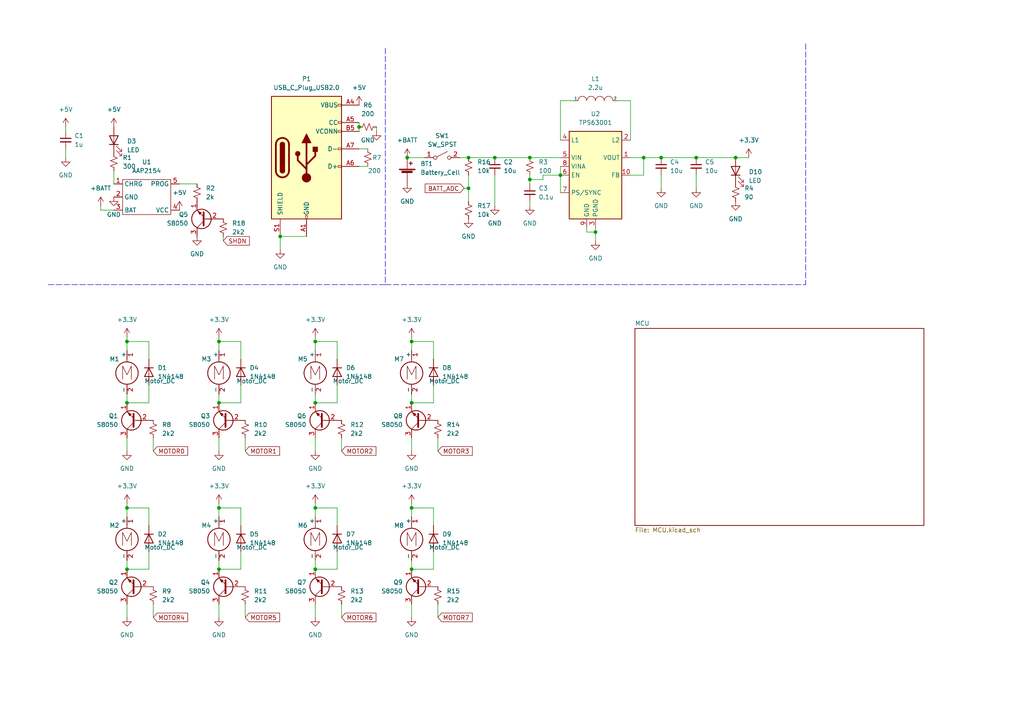
<source format=kicad_sch>
(kicad_sch (version 20211123) (generator eeschema)
  (paper "A4")
  (lib_symbols
    (symbol "Connector:USB_C_Plug_USB2.0" (pin_names (offset 1.016))
      (property "Reference" "P" (at -10.16 19.05 0))
      (property "Value" "USB_C_Plug_USB2.0" (at 12.7 19.05 0))
      (symbol "USB_C_Plug_USB2.0_0_0"
        (rectangle (start -0.254 -17.78) (end 0.254 -16.764))
        (rectangle (start 10.16 -2.286) (end 9.144 -2.794))
        (rectangle (start 10.16 2.794) (end 9.144 2.286))
        (rectangle (start 10.16 7.874) (end 9.144 7.366))
        (rectangle (start 10.16 10.414) (end 9.144 9.906))
        (rectangle (start 10.16 15.494) (end 9.144 14.986))
      )
      (symbol "USB_C_Plug_USB2.0_0_1"
        (rectangle (start -10.16 17.78) (end 10.16 -17.78) (stroke (width 0.254)) (fill (type background)))
        (arc (start -8.89 -3.81) (mid -6.985 -5.715) (end -5.08 -3.81) (stroke (width 0.508)))
        (arc (start -7.62 -3.81) (mid -6.985 -4.445) (end -6.35 -3.81) (stroke (width 0.254)))
        (arc (start -7.62 -3.81) (mid -6.985 -4.445) (end -6.35 -3.81) (stroke (width 0.254)) (fill (type outline)))
        (rectangle (start -7.62 -3.81) (end -6.35 3.81) (stroke (width 0.254)) (fill (type outline)))
        (arc (start -6.35 3.81) (mid -6.985 4.445) (end -7.62 3.81) (stroke (width 0.254)))
        (arc (start -6.35 3.81) (mid -6.985 4.445) (end -7.62 3.81) (stroke (width 0.254)) (fill (type outline)))
        (arc (start -5.08 3.81) (mid -6.985 5.715) (end -8.89 3.81) (stroke (width 0.508)))
        (circle (center -2.54 1.143) (radius 0.635) (stroke (width 0.254)) (fill (type outline)))
        (circle (center 0 -5.842) (radius 1.27) (fill (type outline)))
        (polyline (pts (xy -8.89 -3.81) (xy -8.89 3.81)) (stroke (width 0.508)))
        (polyline (pts (xy -5.08 3.81) (xy -5.08 -3.81)) (stroke (width 0.508)))
        (polyline (pts (xy 0 -5.842) (xy 0 4.318)) (stroke (width 0.508)))
        (polyline (pts (xy 0 -3.302) (xy -2.54 -0.762) (xy -2.54 0.508)) (stroke (width 0.508)))
        (polyline (pts (xy 0 -2.032) (xy 2.54 0.508) (xy 2.54 1.778)) (stroke (width 0.508)))
        (polyline (pts (xy -1.27 4.318) (xy 0 6.858) (xy 1.27 4.318) (xy -1.27 4.318)) (stroke (width 0.254)) (fill (type outline)))
        (rectangle (start 1.905 1.778) (end 3.175 3.048) (stroke (width 0.254)) (fill (type outline)))
      )
      (symbol "USB_C_Plug_USB2.0_1_1"
        (pin passive line (at 0 -22.86 90) (length 5.08) (name "GND") (number "A1"))
        (pin passive line (at 0 -22.86 90) (length 5.08) hide (name "GND") (number "A12"))
        (pin passive line (at 15.24 15.24 180) (length 5.08) (name "VBUS") (number "A4"))
        (pin bidirectional line (at 15.24 10.16 180) (length 5.08) (name "CC") (number "A5"))
        (pin bidirectional line (at 15.24 -2.54 180) (length 5.08) (name "D+") (number "A6"))
        (pin bidirectional line (at 15.24 2.54 180) (length 5.08) (name "D-") (number "A7"))
        (pin passive line (at 15.24 15.24 180) (length 5.08) hide (name "VBUS") (number "A9"))
        (pin passive line (at 0 -22.86 90) (length 5.08) hide (name "GND") (number "B1"))
        (pin passive line (at 0 -22.86 90) (length 5.08) hide (name "GND") (number "B12"))
        (pin passive line (at 15.24 15.24 180) (length 5.08) hide (name "VBUS") (number "B4"))
        (pin bidirectional line (at 15.24 7.62 180) (length 5.08) (name "VCONN") (number "B5"))
        (pin passive line (at 15.24 15.24 180) (length 5.08) hide (name "VBUS") (number "B9"))
        (pin passive line (at -7.62 -22.86 90) (length 5.08) (name "SHIELD") (number "S1"))
      )
    )
    (symbol "Device:Battery_Cell" (pin_numbers hide) (pin_names (offset 0) hide)
      (property "Reference" "BT" (at 2.54 2.54 0))
      (property "Value" "Battery_Cell" (at 2.54 0 0))
      (symbol "Battery_Cell_0_1"
        (rectangle (start -2.286 1.778) (end 2.286 1.524) (fill (type outline)))
        (rectangle (start -1.5748 1.1938) (end 1.4732 0.6858) (fill (type outline)))
        (polyline (pts (xy 0 0.762) (xy 0 0)))
        (polyline (pts (xy 0 1.778) (xy 0 2.54)))
        (polyline (pts (xy 0.508 3.429) (xy 1.524 3.429)) (stroke (width 0.254)))
        (polyline (pts (xy 1.016 3.937) (xy 1.016 2.921)) (stroke (width 0.254)))
      )
      (symbol "Battery_Cell_1_1"
        (pin passive line (at 0 5.08 270) (length 2.54) (name "+") (number "1"))
        (pin passive line (at 0 -2.54 90) (length 2.54) (name "-") (number "2"))
      )
    )
    (symbol "Device:C_Small" (pin_numbers hide) (pin_names (offset 0.254) hide)
      (property "Reference" "C" (at 0.254 1.778 0))
      (property "Value" "C_Small" (at 0.254 -2.032 0))
      (symbol "C_Small_0_1"
        (polyline (pts (xy -1.524 -0.508) (xy 1.524 -0.508)) (stroke (width 0.3302)))
        (polyline (pts (xy -1.524 0.508) (xy 1.524 0.508)) (stroke (width 0.3048)))
      )
      (symbol "C_Small_1_1"
        (pin passive line (at 0 2.54 270) (length 2.032) (name "~") (number "1"))
        (pin passive line (at 0 -2.54 90) (length 2.032) (name "~") (number "2"))
      )
    )
    (symbol "Device:LED" (pin_numbers hide) (pin_names (offset 1.016) hide)
      (property "Reference" "D" (at 0 2.54 0))
      (property "Value" "LED" (at 0 -2.54 0))
      (symbol "LED_0_1"
        (polyline (pts (xy -1.27 -1.27) (xy -1.27 1.27)) (stroke (width 0.254)))
        (polyline (pts (xy -1.27 0) (xy 1.27 0)))
        (polyline (pts (xy 1.27 -1.27) (xy 1.27 1.27) (xy -1.27 0) (xy 1.27 -1.27)) (stroke (width 0.254)))
        (polyline (pts (xy -3.048 -0.762) (xy -4.572 -2.286) (xy -3.81 -2.286) (xy -4.572 -2.286) (xy -4.572 -1.524)))
        (polyline (pts (xy -1.778 -0.762) (xy -3.302 -2.286) (xy -2.54 -2.286) (xy -3.302 -2.286) (xy -3.302 -1.524)))
      )
      (symbol "LED_1_1"
        (pin passive line (at -3.81 0 0) (length 2.54) (name "K") (number "1"))
        (pin passive line (at 3.81 0 180) (length 2.54) (name "A") (number "2"))
      )
    )
    (symbol "Device:R_Small_US" (pin_numbers hide) (pin_names (offset 0.254) hide)
      (property "Reference" "R" (at 0.762 0.508 0))
      (property "Value" "R_Small_US" (at 0.762 -1.016 0))
      (symbol "R_Small_US_1_1"
        (polyline (pts (xy 0 0) (xy 1.016 -0.381) (xy 0 -0.762) (xy -1.016 -1.143) (xy 0 -1.524)))
        (polyline (pts (xy 0 1.524) (xy 1.016 1.143) (xy 0 0.762) (xy -1.016 0.381) (xy 0 0)))
        (pin passive line (at 0 2.54 270) (length 1.016) (name "~") (number "1"))
        (pin passive line (at 0 -2.54 90) (length 1.016) (name "~") (number "2"))
      )
    )
    (symbol "Diode:1N4148" (pin_numbers hide) (pin_names hide)
      (property "Reference" "D" (at 0 2.54 0))
      (property "Value" "1N4148" (at 0 -2.54 0))
      (symbol "1N4148_0_1"
        (polyline (pts (xy -1.27 1.27) (xy -1.27 -1.27)) (stroke (width 0.254)))
        (polyline (pts (xy 1.27 0) (xy -1.27 0)))
        (polyline (pts (xy 1.27 1.27) (xy 1.27 -1.27) (xy -1.27 0) (xy 1.27 1.27)) (stroke (width 0.254)))
      )
      (symbol "1N4148_1_1"
        (pin passive line (at -3.81 0 0) (length 2.54) (name "K") (number "1"))
        (pin passive line (at 3.81 0 180) (length 2.54) (name "A") (number "2"))
      )
    )
    (symbol "Motor:Motor_DC" (pin_names (offset 0))
      (property "Reference" "M" (at 2.54 2.54 0))
      (property "Value" "Motor_DC" (at 2.54 -5.08 0))
      (symbol "Motor_DC_0_0"
        (polyline (pts (xy -1.27 -3.302) (xy -1.27 0.508) (xy 0 -2.032) (xy 1.27 0.508) (xy 1.27 -3.302)))
      )
      (symbol "Motor_DC_0_1"
        (circle (center 0 -1.524) (radius 3.2512) (stroke (width 0.254)))
        (polyline (pts (xy 0 -7.62) (xy 0 -7.112)))
        (polyline (pts (xy 0 -4.7752) (xy 0 -5.1816)))
        (polyline (pts (xy 0 1.7272) (xy 0 2.0828)))
        (polyline (pts (xy 0 2.032) (xy 0 2.54)))
      )
      (symbol "Motor_DC_1_1"
        (pin passive line (at 0 5.08 270) (length 2.54) (name "+") (number "1"))
        (pin passive line (at 0 -7.62 90) (length 2.54) (name "-") (number "2"))
      )
    )
    (symbol "Regulator_Switching:TPS63001"
      (property "Reference" "U" (at -7.62 13.97 0))
      (property "Value" "TPS63001" (at 5.08 13.97 0))
      (symbol "TPS63001_0_1"
        (rectangle (start -7.62 12.7) (end 7.62 -12.7) (stroke (width 0.254)) (fill (type background)))
      )
      (symbol "TPS63001_1_1"
        (pin power_out line (at 10.16 5.08 180) (length 2.54) (name "VOUT") (number "1"))
        (pin input line (at 10.16 0 180) (length 2.54) (name "FB") (number "10"))
        (pin passive line (at 0 -15.24 90) (length 2.54) hide (name "PGND") (number "11"))
        (pin input line (at 10.16 10.16 180) (length 2.54) (name "L2") (number "2"))
        (pin power_in line (at 0 -15.24 90) (length 2.54) (name "PGND") (number "3"))
        (pin input line (at -10.16 10.16 0) (length 2.54) (name "L1") (number "4"))
        (pin power_in line (at -10.16 5.08 0) (length 2.54) (name "VIN") (number "5"))
        (pin input line (at -10.16 0 0) (length 2.54) (name "EN") (number "6"))
        (pin input line (at -10.16 -5.08 0) (length 2.54) (name "PS/SYNC") (number "7"))
        (pin power_in line (at -10.16 2.54 0) (length 2.54) (name "VINA") (number "8"))
        (pin power_in line (at -2.54 -15.24 90) (length 2.54) (name "GND") (number "9"))
      )
    )
    (symbol "Switch:SW_SPST" (pin_names (offset 0) hide)
      (property "Reference" "SW" (at 0 3.175 0))
      (property "Value" "SW_SPST" (at 0 -2.54 0))
      (symbol "SW_SPST_0_0"
        (circle (center -2.032 0) (radius 0.508))
        (polyline (pts (xy -1.524 0.254) (xy 1.524 1.778)))
        (circle (center 2.032 0) (radius 0.508))
      )
      (symbol "SW_SPST_1_1"
        (pin passive line (at -5.08 0 0) (length 2.54) (name "A") (number "1"))
        (pin passive line (at 5.08 0 180) (length 2.54) (name "B") (number "2"))
      )
    )
    (symbol "Transistor_BJT:S8050" (pin_names (offset 0) hide)
      (property "Reference" "Q" (at 5.08 1.905 0))
      (property "Value" "S8050" (at 5.08 0 0))
      (symbol "S8050_0_1"
        (polyline (pts (xy 0 0) (xy 0.635 0)))
        (polyline (pts (xy 0.635 0.635) (xy 2.54 2.54)))
        (polyline (pts (xy 0.635 -0.635) (xy 2.54 -2.54) (xy 2.54 -2.54)))
        (polyline (pts (xy 0.635 1.905) (xy 0.635 -1.905) (xy 0.635 -1.905)) (stroke (width 0.508)))
        (polyline (pts (xy 1.27 -1.778) (xy 1.778 -1.27) (xy 2.286 -2.286) (xy 1.27 -1.778) (xy 1.27 -1.778)) (fill (type outline)))
        (circle (center 1.27 0) (radius 2.8194) (stroke (width 0.254)))
      )
      (symbol "S8050_1_1"
        (pin passive line (at 2.54 -5.08 90) (length 2.54) (name "E") (number "1"))
        (pin input line (at -5.08 0 0) (length 5.08) (name "B") (number "2"))
        (pin passive line (at 2.54 5.08 270) (length 2.54) (name "C") (number "3"))
      )
    )
    (symbol "custom:AAP2154"
      (property "Reference" "U" (at 8.89 -2.54 0))
      (property "Value" "AAP2154" (at 2.54 -2.54 0))
      (symbol "AAP2154_0_1"
        (rectangle (start -3.81 -3.81) (end 10.16 -13.97))
      )
      (symbol "AAP2154_1_1"
        (pin input line (at -6.35 -5.08 0) (length 2.54) (name "CHRG") (number "1"))
        (pin input line (at -6.35 -8.89 0) (length 2.54) (name "GND") (number "2"))
        (pin output line (at -6.35 -12.7 0) (length 2.54) (name "BAT") (number "3"))
        (pin input line (at 12.7 -12.7 180) (length 2.54) (name "VCC") (number "4"))
        (pin bidirectional line (at 12.7 -5.08 180) (length 2.54) (name "PROG") (number "5"))
      )
    )
    (symbol "power:+3.3V" (power) (pin_names (offset 0))
      (property "Value" "+3.3V" (at 0 3.556 0))
      (symbol "+3.3V_0_1"
        (polyline (pts (xy -0.762 1.27) (xy 0 2.54)))
        (polyline (pts (xy 0 0) (xy 0 2.54)))
        (polyline (pts (xy 0 2.54) (xy 0.762 1.27)))
      )
      (symbol "+3.3V_1_1"
        (pin power_in line (at 0 0 90) (length 0) hide (name "+3.3V") (number "1"))
      )
    )
    (symbol "power:+5V" (power) (pin_names (offset 0))
      (property "Value" "+5V" (at 0 3.556 0))
      (symbol "+5V_0_1"
        (polyline (pts (xy -0.762 1.27) (xy 0 2.54)))
        (polyline (pts (xy 0 0) (xy 0 2.54)))
        (polyline (pts (xy 0 2.54) (xy 0.762 1.27)))
      )
      (symbol "+5V_1_1"
        (pin power_in line (at 0 0 90) (length 0) hide (name "+5V") (number "1"))
      )
    )
    (symbol "power:+BATT" (power) (pin_names (offset 0))
      (property "Value" "+BATT" (at 0 3.556 0))
      (symbol "+BATT_0_1"
        (polyline (pts (xy -0.762 1.27) (xy 0 2.54)))
        (polyline (pts (xy 0 0) (xy 0 2.54)))
        (polyline (pts (xy 0 2.54) (xy 0.762 1.27)))
      )
      (symbol "+BATT_1_1"
        (pin power_in line (at 0 0 90) (length 0) hide (name "+BATT") (number "1"))
      )
    )
    (symbol "power:GND" (power) (pin_names (offset 0))
      (property "Value" "GND" (at 0 -3.81 0))
      (symbol "GND_0_1"
        (polyline (pts (xy 0 0) (xy 0 -1.27) (xy 1.27 -1.27) (xy 0 -2.54) (xy -1.27 -1.27) (xy 0 -1.27)))
      )
      (symbol "GND_1_1"
        (pin power_in line (at 0 0 270) (length 0) hide (name "GND") (number "1"))
      )
    )
    (symbol "pspice:INDUCTOR" (pin_numbers hide) (pin_names (offset 0))
      (property "Reference" "L" (at 0 2.54 0))
      (property "Value" "INDUCTOR" (at 0 -1.27 0))
      (symbol "INDUCTOR_0_1"
        (arc (start -2.54 0) (mid -3.81 1.27) (end -5.08 0))
        (arc (start 0 0) (mid -1.27 1.27) (end -2.54 0))
        (arc (start 2.54 0) (mid 1.27 1.27) (end 0 0))
        (arc (start 5.08 0) (mid 3.81 1.27) (end 2.54 0))
      )
      (symbol "INDUCTOR_1_1"
        (pin input line (at -6.35 0 0) (length 1.27) (name "1") (number "1"))
        (pin input line (at 6.35 0 180) (length 1.27) (name "2") (number "2"))
      )
    )
  )
  (junction (at 91.44 116.84))
  (junction (at 119.38 99.06))
  (junction (at 81.28 68.58))
  (junction (at 186.69 45.72))
  (junction (at 36.83 147.32))
  (junction (at 63.5 116.84))
  (junction (at 213.36 45.72))
  (junction (at 153.67 45.72))
  (junction (at 119.38 116.84))
  (junction (at 91.44 165.1))
  (junction (at 36.83 99.06))
  (junction (at 201.93 45.72))
  (junction (at 119.38 147.32))
  (junction (at 162.56 50.8))
  (junction (at 63.5 99.06))
  (junction (at 135.89 54.61))
  (junction (at 91.44 147.32))
  (junction (at 172.72 67.31))
  (junction (at 119.38 165.1))
  (junction (at 135.89 45.72))
  (junction (at 36.83 116.84))
  (junction (at 153.67 52.07))
  (junction (at 63.5 165.1))
  (junction (at 63.5 147.32))
  (junction (at 36.83 165.1))
  (junction (at 143.51 45.72))
  (junction (at 191.77 45.72))
  (junction (at 104.14 36.83))
  (junction (at 118.11 45.72))
  (junction (at 91.44 99.06))
  (wire (pts (xy 119.38 99.06) (xy 119.38 97.79)))
  (wire (pts (xy 182.88 29.21) (xy 179.07 29.21)))
  (wire (pts (xy 43.18 116.84) (xy 36.83 116.84)))
  (wire (pts (xy 63.5 175.26) (xy 63.5 179.07)))
  (wire (pts (xy 63.5 116.84) (xy 63.5 114.3)))
  (wire (pts (xy 125.73 165.1) (xy 119.38 165.1)))
  (wire (pts (xy 191.77 50.8) (xy 191.77 54.61)))
  (wire (pts (xy 162.56 50.8) (xy 157.48 50.8)))
  (wire (pts (xy 127 130.81) (xy 127 127)))
  (wire (pts (xy 19.05 36.83) (xy 19.05 38.1)))
  (wire (pts (xy 33.02 53.34) (xy 33.02 49.53)))
  (wire (pts (xy 97.79 99.06) (xy 97.79 104.14)))
  (wire (pts (xy 191.77 45.72) (xy 201.93 45.72)))
  (wire (pts (xy 63.5 165.1) (xy 63.5 162.56)))
  (wire (pts (xy 91.44 101.6) (xy 91.44 99.06)))
  (wire (pts (xy 36.83 99.06) (xy 43.18 99.06)))
  (wire (pts (xy 134.62 54.61) (xy 135.89 54.61)))
  (wire (pts (xy 162.56 50.8) (xy 162.56 55.88)))
  (wire (pts (xy 127 179.07) (xy 127 175.26)))
  (wire (pts (xy 63.5 127) (xy 63.5 130.81)))
  (wire (pts (xy 36.83 147.32) (xy 36.83 146.05)))
  (wire (pts (xy 97.79 116.84) (xy 91.44 116.84)))
  (wire (pts (xy 44.45 179.07) (xy 44.45 175.26)))
  (wire (pts (xy 106.68 43.18) (xy 104.14 43.18)))
  (wire (pts (xy 153.67 52.07) (xy 153.67 50.8)))
  (wire (pts (xy 63.5 99.06) (xy 69.85 99.06)))
  (wire (pts (xy 71.12 179.07) (xy 71.12 175.26)))
  (wire (pts (xy 157.48 52.07) (xy 153.67 52.07)))
  (wire (pts (xy 91.44 147.32) (xy 97.79 147.32)))
  (wire (pts (xy 29.21 60.96) (xy 33.02 60.96)))
  (wire (pts (xy 91.44 116.84) (xy 91.44 114.3)))
  (wire (pts (xy 81.28 72.39) (xy 81.28 68.58)))
  (wire (pts (xy 99.06 130.81) (xy 99.06 127)))
  (wire (pts (xy 119.38 149.86) (xy 119.38 147.32)))
  (wire (pts (xy 119.38 127) (xy 119.38 130.81)))
  (wire (pts (xy 91.44 99.06) (xy 97.79 99.06)))
  (wire (pts (xy 91.44 175.26) (xy 91.44 179.07)))
  (wire (pts (xy 153.67 45.72) (xy 162.56 45.72)))
  (wire (pts (xy 119.38 116.84) (xy 119.38 114.3)))
  (polyline (pts (xy 111.76 82.55) (xy 233.68 82.55)))
  (wire (pts (xy 104.14 35.56) (xy 104.14 36.83)))
  (wire (pts (xy 43.18 160.02) (xy 43.18 165.1)))
  (wire (pts (xy 104.14 36.83) (xy 104.14 38.1)))
  (wire (pts (xy 143.51 50.8) (xy 143.51 59.69)))
  (wire (pts (xy 64.77 69.85) (xy 64.77 68.58)))
  (wire (pts (xy 182.88 45.72) (xy 186.69 45.72)))
  (wire (pts (xy 44.45 130.81) (xy 44.45 127)))
  (wire (pts (xy 36.83 116.84) (xy 36.83 114.3)))
  (polyline (pts (xy 13.97 82.55) (xy 111.76 82.55)))
  (wire (pts (xy 166.37 29.21) (xy 162.56 29.21)))
  (wire (pts (xy 125.73 111.76) (xy 125.73 116.84)))
  (wire (pts (xy 63.5 101.6) (xy 63.5 99.06)))
  (wire (pts (xy 162.56 48.26) (xy 162.56 50.8)))
  (wire (pts (xy 157.48 50.8) (xy 157.48 52.07)))
  (wire (pts (xy 119.38 147.32) (xy 119.38 146.05)))
  (wire (pts (xy 36.83 147.32) (xy 43.18 147.32)))
  (wire (pts (xy 97.79 147.32) (xy 97.79 152.4)))
  (wire (pts (xy 97.79 165.1) (xy 91.44 165.1)))
  (wire (pts (xy 135.89 45.72) (xy 143.51 45.72)))
  (wire (pts (xy 63.5 147.32) (xy 63.5 146.05)))
  (wire (pts (xy 162.56 29.21) (xy 162.56 40.64)))
  (wire (pts (xy 36.83 127) (xy 36.83 130.81)))
  (wire (pts (xy 153.67 53.34) (xy 153.67 52.07)))
  (wire (pts (xy 91.44 149.86) (xy 91.44 147.32)))
  (wire (pts (xy 29.21 59.69) (xy 29.21 60.96)))
  (wire (pts (xy 97.79 160.02) (xy 97.79 165.1)))
  (wire (pts (xy 36.83 99.06) (xy 36.83 97.79)))
  (wire (pts (xy 135.89 58.42) (xy 135.89 54.61)))
  (wire (pts (xy 119.38 147.32) (xy 125.73 147.32)))
  (wire (pts (xy 172.72 67.31) (xy 172.72 66.04)))
  (wire (pts (xy 71.12 130.81) (xy 71.12 127)))
  (wire (pts (xy 119.38 175.26) (xy 119.38 179.07)))
  (wire (pts (xy 91.44 165.1) (xy 91.44 162.56)))
  (wire (pts (xy 97.79 111.76) (xy 97.79 116.84)))
  (wire (pts (xy 118.11 45.72) (xy 123.19 45.72)))
  (wire (pts (xy 201.93 45.72) (xy 213.36 45.72)))
  (polyline (pts (xy 111.76 13.97) (xy 111.76 82.55)))
  (wire (pts (xy 36.83 165.1) (xy 36.83 162.56)))
  (wire (pts (xy 36.83 149.86) (xy 36.83 147.32)))
  (wire (pts (xy 63.5 149.86) (xy 63.5 147.32)))
  (polyline (pts (xy 233.68 12.7) (xy 233.68 82.55)))
  (wire (pts (xy 36.83 101.6) (xy 36.83 99.06)))
  (wire (pts (xy 91.44 147.32) (xy 91.44 146.05)))
  (wire (pts (xy 81.28 68.58) (xy 88.9 68.58)))
  (wire (pts (xy 109.22 38.1) (xy 109.22 36.83)))
  (wire (pts (xy 125.73 147.32) (xy 125.73 152.4)))
  (wire (pts (xy 99.06 179.07) (xy 99.06 175.26)))
  (wire (pts (xy 172.72 69.85) (xy 172.72 67.31)))
  (wire (pts (xy 91.44 127) (xy 91.44 130.81)))
  (wire (pts (xy 63.5 99.06) (xy 63.5 97.79)))
  (wire (pts (xy 69.85 111.76) (xy 69.85 116.84)))
  (wire (pts (xy 135.89 54.61) (xy 135.89 50.8)))
  (wire (pts (xy 186.69 45.72) (xy 186.69 50.8)))
  (wire (pts (xy 69.85 165.1) (xy 63.5 165.1)))
  (wire (pts (xy 213.36 45.72) (xy 217.17 45.72)))
  (wire (pts (xy 186.69 45.72) (xy 191.77 45.72)))
  (wire (pts (xy 106.68 48.26) (xy 104.14 48.26)))
  (wire (pts (xy 170.18 67.31) (xy 172.72 67.31)))
  (wire (pts (xy 91.44 99.06) (xy 91.44 97.79)))
  (wire (pts (xy 182.88 40.64) (xy 182.88 29.21)))
  (wire (pts (xy 43.18 99.06) (xy 43.18 104.14)))
  (wire (pts (xy 170.18 66.04) (xy 170.18 67.31)))
  (wire (pts (xy 36.83 175.26) (xy 36.83 179.07)))
  (wire (pts (xy 143.51 45.72) (xy 153.67 45.72)))
  (wire (pts (xy 153.67 59.69) (xy 153.67 58.42)))
  (wire (pts (xy 182.88 50.8) (xy 186.69 50.8)))
  (wire (pts (xy 69.85 116.84) (xy 63.5 116.84)))
  (wire (pts (xy 201.93 50.8) (xy 201.93 54.61)))
  (wire (pts (xy 43.18 147.32) (xy 43.18 152.4)))
  (wire (pts (xy 133.35 45.72) (xy 135.89 45.72)))
  (wire (pts (xy 125.73 160.02) (xy 125.73 165.1)))
  (wire (pts (xy 52.07 53.34) (xy 57.15 53.34)))
  (wire (pts (xy 69.85 99.06) (xy 69.85 104.14)))
  (wire (pts (xy 119.38 165.1) (xy 119.38 162.56)))
  (wire (pts (xy 119.38 101.6) (xy 119.38 99.06)))
  (wire (pts (xy 69.85 147.32) (xy 69.85 152.4)))
  (wire (pts (xy 43.18 165.1) (xy 36.83 165.1)))
  (wire (pts (xy 69.85 160.02) (xy 69.85 165.1)))
  (wire (pts (xy 125.73 116.84) (xy 119.38 116.84)))
  (wire (pts (xy 125.73 99.06) (xy 125.73 104.14)))
  (wire (pts (xy 63.5 147.32) (xy 69.85 147.32)))
  (wire (pts (xy 119.38 99.06) (xy 125.73 99.06)))
  (wire (pts (xy 19.05 43.18) (xy 19.05 45.72)))
  (wire (pts (xy 43.18 111.76) (xy 43.18 116.84)))
  (global_label "MOTOR7" (shape input) (at 127 179.07 0) (property "Intersheet References" "${INTERSHEET_REFS}" (effects hide)))
  (global_label "BATT_ADC" (shape input) (at 134.62 54.61 180) (property "Intersheet References" "${INTERSHEET_REFS}" (effects hide)))
  (global_label "MOTOR1" (shape input) (at 71.12 130.81 0) (property "Intersheet References" "${INTERSHEET_REFS}" (effects hide)))
  (global_label "MOTOR4" (shape input) (at 44.45 179.07 0) (property "Intersheet References" "${INTERSHEET_REFS}" (effects hide)))
  (global_label "MOTOR2" (shape input) (at 99.06 130.81 0) (property "Intersheet References" "${INTERSHEET_REFS}" (effects hide)))
  (global_label "MOTOR6" (shape input) (at 99.06 179.07 0) (property "Intersheet References" "${INTERSHEET_REFS}" (effects hide)))
  (global_label "MOTOR0" (shape input) (at 44.45 130.81 0) (property "Intersheet References" "${INTERSHEET_REFS}" (effects hide)))
  (global_label "MOTOR5" (shape input) (at 71.12 179.07 0) (property "Intersheet References" "${INTERSHEET_REFS}" (effects hide)))
  (global_label "SHDN" (shape input) (at 64.77 69.85 0) (property "Intersheet References" "${INTERSHEET_REFS}" (effects hide)))
  (global_label "MOTOR3" (shape input) (at 127 130.81 0) (property "Intersheet References" "${INTERSHEET_REFS}" (effects hide)))
  (symbol (lib_id "Device:R_Small_US") (at 106.68 36.83 90) (unit 1)
    (property "Reference" "R6" (at 106.68 30.48 90))
    (property "Value" "200" (at 106.68 33.02 90))
    (property "Footprint" "Resistor_SMD:R_0603_1608Metric" (effects hide))
  )
  (symbol (lib_id "Device:R_Small_US") (at 44.45 124.46 0) (unit 1)
    (property "Reference" "R8" (at 46.99 123.1899 0) (effects (justify left)))
    (property "Value" "2k2" (at 46.99 125.7299 0) (effects (justify left)))
    (property "Footprint" "Resistor_SMD:R_0603_1608Metric" (effects hide))
  )
  (symbol (lib_id "Device:R_Small_US") (at 99.06 124.46 0) (unit 1)
    (property "Reference" "R12" (at 101.6 123.1899 0) (effects (justify left)))
    (property "Value" "2k2" (at 101.6 125.7299 0) (effects (justify left)))
    (property "Footprint" "Resistor_SMD:R_0603_1608Metric" (effects hide))
  )
  (symbol (lib_id "Transistor_BJT:S8050") (at 59.69 63.5 180) (unit 1)
    (property "Reference" "Q5" (at 54.61 62.2299 0) (effects (justify left)))
    (property "Value" "S8050" (at 54.61 64.7699 0) (effects (justify left)))
    (property "Footprint" "Package_TO_SOT_SMD:SOT-23" (effects hide))
    (property "Datasheet" "http://www.unisonic.com.tw/datasheet/S8050.pdf" (effects hide))
  )
  (symbol (lib_id "power:GND") (at 213.36 58.42 0) (unit 1)
    (property "Reference" "#PWR0116" (effects hide))
    (property "Value" "GND" (at 213.36 63.5 0))
  )
  (symbol (lib_id "power:GND") (at 81.28 72.39 0) (unit 1)
    (property "Reference" "#PWR0149" (effects hide))
    (property "Value" "GND" (at 81.28 77.47 0))
  )
  (symbol (lib_id "power:+5V") (at 104.14 30.48 0) (unit 1)
    (property "Reference" "#PWR0150" (effects hide))
    (property "Value" "+5V" (at 104.14 25.4 0))
  )
  (symbol (lib_id "Device:R_Small_US") (at 71.12 124.46 0) (unit 1)
    (property "Reference" "R10" (at 73.66 123.1899 0) (effects (justify left)))
    (property "Value" "2k2" (at 73.66 125.7299 0) (effects (justify left)))
    (property "Footprint" "Resistor_SMD:R_0603_1608Metric" (effects hide))
  )
  (symbol (lib_id "Device:LED") (at 213.36 49.53 90) (unit 1)
    (property "Reference" "D10" (at 217.17 49.8474 90) (effects (justify right)))
    (property "Value" "LED" (at 217.17 52.3874 90) (effects (justify right)))
    (property "Footprint" "LED_SMD:LED_0603_1608Metric" (effects hide))
  )
  (symbol (lib_id "power:+3.3V") (at 91.44 97.79 0) (unit 1)
    (property "Reference" "#PWR0114" (effects hide))
    (property "Value" "+3.3V" (at 91.44 92.71 0))
  )
  (symbol (lib_id "Device:C_Small") (at 153.67 55.88 0) (unit 1)
    (property "Reference" "C3" (at 156.21 54.6162 0) (effects (justify left)))
    (property "Value" "0.1u" (at 156.21 57.1562 0) (effects (justify left)))
    (property "Footprint" "Capacitor_SMD:C_0603_1608Metric" (effects hide))
  )
  (symbol (lib_id "power:GND") (at 201.93 54.61 0) (unit 1)
    (property "Reference" "#PWR0110" (effects hide))
    (property "Value" "GND" (at 201.93 59.69 0))
  )
  (symbol (lib_id "Device:R_Small_US") (at 44.45 172.72 0) (unit 1)
    (property "Reference" "R9" (at 46.99 171.4499 0) (effects (justify left)))
    (property "Value" "2k2" (at 46.99 173.9899 0) (effects (justify left)))
    (property "Footprint" "Resistor_SMD:R_0603_1608Metric" (effects hide))
  )
  (symbol (lib_id "Motor:Motor_DC") (at 63.5 154.94 0) (unit 1)
    (property "Reference" "M4" (at 58.42 152.4 0) (effects (justify left)))
    (property "Value" "Motor_DC" (at 68.58 158.7499 0) (effects (justify left)))
    (property "Footprint" "Connector_PinHeader_2.54mm:PinHeader_1x02_P2.54mm_Vertical" (effects hide))
  )
  (symbol (lib_id "power:GND") (at 19.05 45.72 0) (unit 1)
    (property "Reference" "#PWR0129" (effects hide))
    (property "Value" "GND" (at 19.05 50.8 0))
  )
  (symbol (lib_id "Transistor_BJT:S8050") (at 66.04 121.92 180) (unit 1)
    (property "Reference" "Q3" (at 60.96 120.6499 0) (effects (justify left)))
    (property "Value" "S8050" (at 60.96 123.1899 0) (effects (justify left)))
    (property "Footprint" "Package_TO_SOT_SMD:SOT-23" (effects hide))
    (property "Datasheet" "http://www.unisonic.com.tw/datasheet/S8050.pdf" (effects hide))
  )
  (symbol (lib_id "Device:LED") (at 33.02 40.64 90) (unit 1)
    (property "Reference" "D3" (at 36.83 40.9574 90) (effects (justify right)))
    (property "Value" "LED" (at 36.83 43.4974 90) (effects (justify right)))
    (property "Footprint" "LED_SMD:LED_0603_1608Metric" (effects hide))
  )
  (symbol (lib_id "power:GND") (at 119.38 130.81 0) (unit 1)
    (property "Reference" "#PWR0112" (effects hide))
    (property "Value" "GND" (at 119.38 135.89 0))
  )
  (symbol (lib_id "power:GND") (at 36.83 130.81 0) (unit 1)
    (property "Reference" "#PWR0118" (effects hide))
    (property "Value" "GND" (at 36.83 135.89 0))
  )
  (symbol (lib_id "Motor:Motor_DC") (at 63.5 106.68 0) (unit 1)
    (property "Reference" "M3" (at 58.42 104.14 0) (effects (justify left)))
    (property "Value" "Motor_DC" (at 68.58 110.4899 0) (effects (justify left)))
    (property "Footprint" "Connector_PinHeader_2.54mm:PinHeader_1x02_P2.54mm_Vertical" (effects hide))
  )
  (symbol (lib_id "power:GND") (at 33.02 57.15 0) (unit 1)
    (property "Reference" "#PWR0125" (effects hide))
    (property "Value" "GND" (at 33.02 62.23 0))
  )
  (symbol (lib_id "power:GND") (at 119.38 179.07 0) (unit 1)
    (property "Reference" "#PWR0103" (effects hide))
    (property "Value" "GND" (at 119.38 184.15 0))
  )
  (symbol (lib_id "Motor:Motor_DC") (at 91.44 154.94 0) (unit 1)
    (property "Reference" "M6" (at 86.36 152.4 0) (effects (justify left)))
    (property "Value" "Motor_DC" (at 96.52 158.7499 0) (effects (justify left)))
    (property "Footprint" "Connector_PinHeader_2.54mm:PinHeader_1x02_P2.54mm_Vertical" (effects hide))
  )
  (symbol (lib_id "power:+3.3V") (at 63.5 146.05 0) (unit 1)
    (property "Reference" "#PWR0121" (effects hide))
    (property "Value" "+3.3V" (at 63.5 140.97 0))
  )
  (symbol (lib_id "Motor:Motor_DC") (at 36.83 154.94 0) (unit 1)
    (property "Reference" "M2" (at 31.75 152.4 0) (effects (justify left)))
    (property "Value" "Motor_DC" (at 41.91 158.7499 0) (effects (justify left)))
    (property "Footprint" "Connector_PinHeader_2.54mm:PinHeader_1x02_P2.54mm_Vertical" (effects hide))
  )
  (symbol (lib_id "Device:R_Small_US") (at 135.89 48.26 0) (unit 1)
    (property "Reference" "R16" (at 138.43 46.9899 0) (effects (justify left)))
    (property "Value" "10k" (at 138.43 49.5299 0) (effects (justify left)))
    (property "Footprint" "Resistor_SMD:R_0603_1608Metric" (effects hide))
  )
  (symbol (lib_id "Device:R_Small_US") (at 213.36 55.88 0) (unit 1)
    (property "Reference" "R4" (at 215.9 54.6099 0) (effects (justify left)))
    (property "Value" "90" (at 215.9 57.1499 0) (effects (justify left)))
    (property "Footprint" "Resistor_SMD:R_0603_1608Metric" (effects hide))
  )
  (symbol (lib_id "power:+3.3V") (at 217.17 45.72 0) (unit 1)
    (property "Reference" "#PWR0117" (effects hide))
    (property "Value" "+3.3V" (at 217.17 40.64 0))
  )
  (symbol (lib_id "Device:C_Small") (at 201.93 48.26 0) (unit 1)
    (property "Reference" "C5" (at 204.47 46.9962 0) (effects (justify left)))
    (property "Value" "10u" (at 204.47 49.5362 0) (effects (justify left)))
    (property "Footprint" "Capacitor_SMD:C_0603_1608Metric" (effects hide))
  )
  (symbol (lib_id "power:+3.3V") (at 119.38 97.79 0) (unit 1)
    (property "Reference" "#PWR0113" (effects hide))
    (property "Value" "+3.3V" (at 119.38 92.71 0))
  )
  (symbol (lib_id "power:+3.3V") (at 63.5 97.79 0) (unit 1)
    (property "Reference" "#PWR0124" (effects hide))
    (property "Value" "+3.3V" (at 63.5 92.71 0))
  )
  (symbol (lib_id "power:+5V") (at 52.07 60.96 0) (unit 1)
    (property "Reference" "#PWR0130" (effects hide))
    (property "Value" "+5V" (at 52.07 55.88 0))
  )
  (symbol (lib_id "Motor:Motor_DC") (at 36.83 106.68 0) (unit 1)
    (property "Reference" "M1" (at 31.75 104.14 0) (effects (justify left)))
    (property "Value" "Motor_DC" (at 41.91 110.4899 0) (effects (justify left)))
    (property "Footprint" "Connector_PinHeader_2.54mm:PinHeader_1x02_P2.54mm_Vertical" (effects hide))
  )
  (symbol (lib_id "Device:R_Small_US") (at 106.68 45.72 0) (unit 1)
    (property "Reference" "R7" (at 107.95 45.72 0) (effects (justify left)))
    (property "Value" "200" (at 106.68 49.53 0) (effects (justify left)))
    (property "Footprint" "Resistor_SMD:R_0603_1608Metric" (effects hide))
  )
  (symbol (lib_id "Device:C_Small") (at 143.51 48.26 0) (unit 1)
    (property "Reference" "C2" (at 146.05 46.9962 0) (effects (justify left)))
    (property "Value" "10u" (at 146.05 49.5362 0) (effects (justify left)))
    (property "Footprint" "Capacitor_SMD:C_0603_1608Metric" (effects hide))
  )
  (symbol (lib_id "power:GND") (at 191.77 54.61 0) (unit 1)
    (property "Reference" "#PWR0115" (effects hide))
    (property "Value" "GND" (at 191.77 59.69 0))
  )
  (symbol (lib_id "power:GND") (at 36.83 179.07 0) (unit 1)
    (property "Reference" "#PWR0123" (effects hide))
    (property "Value" "GND" (at 36.83 184.15 0))
  )
  (symbol (lib_id "power:GND") (at 63.5 179.07 0) (unit 1)
    (property "Reference" "#PWR0120" (effects hide))
    (property "Value" "GND" (at 63.5 184.15 0))
  )
  (symbol (lib_id "Device:C_Small") (at 19.05 40.64 0) (unit 1)
    (property "Reference" "C1" (at 21.59 39.3762 0) (effects (justify left)))
    (property "Value" "1u" (at 21.59 41.9162 0) (effects (justify left)))
    (property "Footprint" "Capacitor_SMD:C_0603_1608Metric" (effects hide))
  )
  (symbol (lib_id "Device:R_Small_US") (at 57.15 55.88 0) (unit 1)
    (property "Reference" "R2" (at 59.69 54.6099 0) (effects (justify left)))
    (property "Value" "2k" (at 59.69 57.1499 0) (effects (justify left)))
    (property "Footprint" "Resistor_SMD:R_0603_1608Metric" (effects hide))
  )
  (symbol (lib_id "power:GND") (at 91.44 130.81 0) (unit 1)
    (property "Reference" "#PWR0101" (effects hide))
    (property "Value" "GND" (at 91.44 135.89 0))
  )
  (symbol (lib_id "Diode:1N4148") (at 69.85 156.21 270) (unit 1)
    (property "Reference" "D5" (at 72.39 154.9399 90) (effects (justify left)))
    (property "Value" "1N4148" (at 72.39 157.4799 90) (effects (justify left)))
    (property "Footprint" "Diode_SMD:D_SOD-123" (effects hide))
    (property "Datasheet" "https://assets.nexperia.com/documents/data-sheet/1N4148_1N4448.pdf" (effects hide))
  )
  (symbol (lib_id "power:GND") (at 143.51 59.69 0) (unit 1)
    (property "Reference" "#PWR0107" (effects hide))
    (property "Value" "GND" (at 143.51 64.77 0))
  )
  (symbol (lib_id "Diode:1N4148") (at 97.79 156.21 270) (unit 1)
    (property "Reference" "D7" (at 100.33 154.9399 90) (effects (justify left)))
    (property "Value" "1N4148" (at 100.33 157.4799 90) (effects (justify left)))
    (property "Footprint" "Diode_SMD:D_SOD-123" (effects hide))
    (property "Datasheet" "https://assets.nexperia.com/documents/data-sheet/1N4148_1N4448.pdf" (effects hide))
  )
  (symbol (lib_id "Switch:SW_SPST") (at 128.27 45.72 0) (unit 1)
    (property "Reference" "SW1" (at 128.27 39.37 0))
    (property "Value" "SW_SPST" (at 128.27 41.91 0))
    (property "Footprint" "Connector_PinSocket_2.54mm:PinSocket_1x02_P2.54mm_Vertical" (effects hide))
  )
  (symbol (lib_id "Regulator_Switching:TPS63001") (at 172.72 50.8 0) (unit 1)
    (property "Reference" "U2" (at 172.72 33.02 0))
    (property "Value" "TPS63001" (at 172.72 35.56 0))
    (property "Footprint" "Package_SON:Texas_DRC0010J_ThermalVias" (effects hide))
    (property "Datasheet" "http://www.ti.com/lit/ds/symlink/tps63000.pdf" (effects hide))
  )
  (symbol (lib_id "Device:R_Small_US") (at 127 172.72 0) (unit 1)
    (property "Reference" "R15" (at 129.54 171.4499 0) (effects (justify left)))
    (property "Value" "2k2" (at 129.54 173.9899 0) (effects (justify left)))
    (property "Footprint" "Resistor_SMD:R_0603_1608Metric" (effects hide))
  )
  (symbol (lib_id "Device:C_Small") (at 191.77 48.26 0) (unit 1)
    (property "Reference" "C4" (at 194.31 46.9962 0) (effects (justify left)))
    (property "Value" "10u" (at 194.31 49.5362 0) (effects (justify left)))
    (property "Footprint" "Capacitor_SMD:C_0603_1608Metric" (effects hide))
  )
  (symbol (lib_id "Device:Battery_Cell") (at 118.11 50.8 0) (unit 1)
    (property "Reference" "BT1" (at 121.92 47.4979 0) (effects (justify left)))
    (property "Value" "Battery_Cell" (at 121.92 50.0379 0) (effects (justify left)))
    (property "Footprint" "Connector_PinHeader_2.54mm:PinHeader_1x02_P2.54mm_Vertical" (effects hide))
  )
  (symbol (lib_id "Diode:1N4148") (at 69.85 107.95 270) (unit 1)
    (property "Reference" "D4" (at 72.39 106.6799 90) (effects (justify left)))
    (property "Value" "1N4148" (at 72.39 109.2199 90) (effects (justify left)))
    (property "Footprint" "Diode_SMD:D_SOD-123" (effects hide))
    (property "Datasheet" "https://assets.nexperia.com/documents/data-sheet/1N4148_1N4448.pdf" (effects hide))
  )
  (symbol (lib_id "Connector:USB_C_Plug_USB2.0") (at 88.9 45.72 0) (unit 1)
    (property "Reference" "P1" (at 88.9 22.86 0))
    (property "Value" "USB_C_Plug_USB2.0" (at 88.9 25.4 0))
    (property "Footprint" "Connector_USB:USB_C_Receptacle_HRO_TYPE-C-31-M-12" (effects hide))
    (property "Datasheet" "https://www.usb.org/sites/default/files/documents/usb_type-c.zip" (effects hide))
  )
  (symbol (lib_id "Device:R_Small_US") (at 99.06 172.72 0) (unit 1)
    (property "Reference" "R13" (at 101.6 171.4499 0) (effects (justify left)))
    (property "Value" "2k2" (at 101.6 173.9899 0) (effects (justify left)))
    (property "Footprint" "Resistor_SMD:R_0603_1608Metric" (effects hide))
  )
  (symbol (lib_id "Transistor_BJT:S8050") (at 39.37 170.18 180) (unit 1)
    (property "Reference" "Q2" (at 34.29 168.9099 0) (effects (justify left)))
    (property "Value" "S8050" (at 34.29 171.4499 0) (effects (justify left)))
    (property "Footprint" "Package_TO_SOT_SMD:SOT-23" (effects hide))
    (property "Datasheet" "http://www.unisonic.com.tw/datasheet/S8050.pdf" (effects hide))
  )
  (symbol (lib_id "Diode:1N4148") (at 125.73 156.21 270) (unit 1)
    (property "Reference" "D9" (at 128.27 154.9399 90) (effects (justify left)))
    (property "Value" "1N4148" (at 128.27 157.4799 90) (effects (justify left)))
    (property "Footprint" "Diode_SMD:D_SOD-123" (effects hide))
    (property "Datasheet" "https://assets.nexperia.com/documents/data-sheet/1N4148_1N4448.pdf" (effects hide))
  )
  (symbol (lib_id "power:+3.3V") (at 91.44 146.05 0) (unit 1)
    (property "Reference" "#PWR0102" (effects hide))
    (property "Value" "+3.3V" (at 91.44 140.97 0))
  )
  (symbol (lib_id "Transistor_BJT:S8050") (at 39.37 121.92 180) (unit 1)
    (property "Reference" "Q1" (at 34.29 120.6499 0) (effects (justify left)))
    (property "Value" "S8050" (at 34.29 123.1899 0) (effects (justify left)))
    (property "Footprint" "Package_TO_SOT_SMD:SOT-23" (effects hide))
    (property "Datasheet" "http://www.unisonic.com.tw/datasheet/S8050.pdf" (effects hide))
  )
  (symbol (lib_id "Device:R_Small_US") (at 64.77 66.04 0) (unit 1)
    (property "Reference" "R18" (at 67.31 64.7699 0) (effects (justify left)))
    (property "Value" "2k2" (at 67.31 67.3099 0) (effects (justify left)))
    (property "Footprint" "Resistor_SMD:R_0603_1608Metric" (effects hide))
  )
  (symbol (lib_id "Motor:Motor_DC") (at 119.38 154.94 0) (unit 1)
    (property "Reference" "M8" (at 114.3 152.4 0) (effects (justify left)))
    (property "Value" "Motor_DC" (at 124.46 158.7499 0) (effects (justify left)))
    (property "Footprint" "Connector_PinHeader_2.54mm:PinHeader_1x02_P2.54mm_Vertical" (effects hide))
  )
  (symbol (lib_id "power:+5V") (at 19.05 36.83 0) (unit 1)
    (property "Reference" "#PWR0127" (effects hide))
    (property "Value" "+5V" (at 19.05 31.75 0))
  )
  (symbol (lib_id "power:+3.3V") (at 119.38 146.05 0) (unit 1)
    (property "Reference" "#PWR0105" (effects hide))
    (property "Value" "+3.3V" (at 119.38 140.97 0))
  )
  (symbol (lib_id "power:GND") (at 135.89 63.5 0) (unit 1)
    (property "Reference" "#PWR0152" (effects hide))
    (property "Value" "GND" (at 135.89 68.58 0))
  )
  (symbol (lib_id "power:GND") (at 63.5 130.81 0) (unit 1)
    (property "Reference" "#PWR0122" (effects hide))
    (property "Value" "GND" (at 63.5 135.89 0))
  )
  (symbol (lib_id "Transistor_BJT:S8050") (at 121.92 121.92 180) (unit 1)
    (property "Reference" "Q8" (at 116.84 120.6499 0) (effects (justify left)))
    (property "Value" "S8050" (at 116.84 123.1899 0) (effects (justify left)))
    (property "Footprint" "Package_TO_SOT_SMD:SOT-23" (effects hide))
    (property "Datasheet" "http://www.unisonic.com.tw/datasheet/S8050.pdf" (effects hide))
  )
  (symbol (lib_id "Motor:Motor_DC") (at 119.38 106.68 0) (unit 1)
    (property "Reference" "M7" (at 114.3 104.14 0) (effects (justify left)))
    (property "Value" "Motor_DC" (at 124.46 110.4899 0) (effects (justify left)))
    (property "Footprint" "Connector_PinHeader_2.54mm:PinHeader_1x02_P2.54mm_Vertical" (effects hide))
  )
  (symbol (lib_id "power:GND") (at 57.15 68.58 0) (unit 1)
    (property "Reference" "#PWR0131" (effects hide))
    (property "Value" "GND" (at 57.15 73.66 0))
  )
  (symbol (lib_id "Transistor_BJT:S8050") (at 121.92 170.18 180) (unit 1)
    (property "Reference" "Q9" (at 116.84 168.9099 0) (effects (justify left)))
    (property "Value" "S8050" (at 116.84 171.4499 0) (effects (justify left)))
    (property "Footprint" "Package_TO_SOT_SMD:SOT-23" (effects hide))
    (property "Datasheet" "http://www.unisonic.com.tw/datasheet/S8050.pdf" (effects hide))
  )
  (symbol (lib_id "Device:R_Small_US") (at 153.67 48.26 0) (unit 1)
    (property "Reference" "R3" (at 156.21 46.9899 0) (effects (justify left)))
    (property "Value" "100" (at 156.21 49.5299 0) (effects (justify left)))
    (property "Footprint" "Resistor_SMD:R_0603_1608Metric" (effects hide))
  )
  (symbol (lib_id "Transistor_BJT:S8050") (at 93.98 170.18 180) (unit 1)
    (property "Reference" "Q7" (at 88.9 168.9099 0) (effects (justify left)))
    (property "Value" "S8050" (at 88.9 171.4499 0) (effects (justify left)))
    (property "Footprint" "Package_TO_SOT_SMD:SOT-23" (effects hide))
    (property "Datasheet" "http://www.unisonic.com.tw/datasheet/S8050.pdf" (effects hide))
  )
  (symbol (lib_id "Motor:Motor_DC") (at 91.44 106.68 0) (unit 1)
    (property "Reference" "M5" (at 86.36 104.14 0) (effects (justify left)))
    (property "Value" "Motor_DC" (at 96.52 110.4899 0) (effects (justify left)))
    (property "Footprint" "Connector_PinHeader_2.54mm:PinHeader_1x02_P2.54mm_Vertical" (effects hide))
  )
  (symbol (lib_id "Device:R_Small_US") (at 33.02 46.99 0) (unit 1)
    (property "Reference" "R1" (at 35.56 45.7199 0) (effects (justify left)))
    (property "Value" "300" (at 35.56 48.2599 0) (effects (justify left)))
    (property "Footprint" "Resistor_SMD:R_0603_1608Metric" (effects hide))
  )
  (symbol (lib_id "custom:AAP2154") (at 39.37 48.26 0) (unit 1)
    (property "Reference" "U1" (at 42.545 46.99 0))
    (property "Value" "AAP2154" (at 42.545 49.53 0))
    (property "Footprint" "custom_footprints:TSOT-25" (effects hide))
    (property "Datasheet" "https://datasheet.lcsc.com/lcsc/1912111437_Eutech-Microelectronics-AAP2154OIR1_C370749.pdf" (effects hide))
  )
  (symbol (lib_id "Diode:1N4148") (at 43.18 156.21 270) (unit 1)
    (property "Reference" "D2" (at 45.72 154.9399 90) (effects (justify left)))
    (property "Value" "1N4148" (at 45.72 157.4799 90) (effects (justify left)))
    (property "Footprint" "Diode_SMD:D_SOD-123" (effects hide))
    (property "Datasheet" "https://assets.nexperia.com/documents/data-sheet/1N4148_1N4448.pdf" (effects hide))
  )
  (symbol (lib_id "pspice:INDUCTOR") (at 172.72 29.21 0) (unit 1)
    (property "Reference" "L1" (at 172.72 22.86 0))
    (property "Value" "2.2u" (at 172.72 25.4 0))
    (property "Footprint" "Inductor_SMD:L_0805_2012Metric" (effects hide))
  )
  (symbol (lib_id "power:+5V") (at 33.02 36.83 0) (unit 1)
    (property "Reference" "#PWR0128" (effects hide))
    (property "Value" "+5V" (at 33.02 31.75 0))
  )
  (symbol (lib_id "Diode:1N4148") (at 97.79 107.95 270) (unit 1)
    (property "Reference" "D6" (at 100.33 106.6799 90) (effects (justify left)))
    (property "Value" "1N4148" (at 100.33 109.2199 90) (effects (justify left)))
    (property "Footprint" "Diode_SMD:D_SOD-123" (effects hide))
    (property "Datasheet" "https://assets.nexperia.com/documents/data-sheet/1N4148_1N4448.pdf" (effects hide))
  )
  (symbol (lib_id "Transistor_BJT:S8050") (at 93.98 121.92 180) (unit 1)
    (property "Reference" "Q6" (at 88.9 120.6499 0) (effects (justify left)))
    (property "Value" "S8050" (at 88.9 123.1899 0) (effects (justify left)))
    (property "Footprint" "Package_TO_SOT_SMD:SOT-23" (effects hide))
    (property "Datasheet" "http://www.unisonic.com.tw/datasheet/S8050.pdf" (effects hide))
  )
  (symbol (lib_id "Device:R_Small_US") (at 135.89 60.96 0) (unit 1)
    (property "Reference" "R17" (at 138.43 59.6899 0) (effects (justify left)))
    (property "Value" "10k" (at 138.43 62.2299 0) (effects (justify left)))
    (property "Footprint" "Resistor_SMD:R_0603_1608Metric" (effects hide))
  )
  (symbol (lib_id "power:GND") (at 91.44 179.07 0) (unit 1)
    (property "Reference" "#PWR0104" (effects hide))
    (property "Value" "GND" (at 91.44 184.15 0))
  )
  (symbol (lib_id "Transistor_BJT:S8050") (at 66.04 170.18 180) (unit 1)
    (property "Reference" "Q4" (at 60.96 168.9099 0) (effects (justify left)))
    (property "Value" "S8050" (at 60.96 171.4499 0) (effects (justify left)))
    (property "Footprint" "Package_TO_SOT_SMD:SOT-23" (effects hide))
    (property "Datasheet" "http://www.unisonic.com.tw/datasheet/S8050.pdf" (effects hide))
  )
  (symbol (lib_id "Diode:1N4148") (at 43.18 107.95 270) (unit 1)
    (property "Reference" "D1" (at 45.72 106.6799 90) (effects (justify left)))
    (property "Value" "1N4148" (at 45.72 109.2199 90) (effects (justify left)))
    (property "Footprint" "Diode_SMD:D_SOD-123" (effects hide))
    (property "Datasheet" "https://assets.nexperia.com/documents/data-sheet/1N4148_1N4448.pdf" (effects hide))
  )
  (symbol (lib_id "Diode:1N4148") (at 125.73 107.95 270) (unit 1)
    (property "Reference" "D8" (at 128.27 106.6799 90) (effects (justify left)))
    (property "Value" "1N4148" (at 128.27 109.2199 90) (effects (justify left)))
    (property "Footprint" "Diode_SMD:D_SOD-123" (effects hide))
    (property "Datasheet" "https://assets.nexperia.com/documents/data-sheet/1N4148_1N4448.pdf" (effects hide))
  )
  (symbol (lib_id "Device:R_Small_US") (at 127 124.46 0) (unit 1)
    (property "Reference" "R14" (at 129.54 123.1899 0) (effects (justify left)))
    (property "Value" "2k2" (at 129.54 125.7299 0) (effects (justify left)))
    (property "Footprint" "Resistor_SMD:R_0603_1608Metric" (effects hide))
  )
  (symbol (lib_id "power:GND") (at 172.72 69.85 0) (unit 1)
    (property "Reference" "#PWR0109" (effects hide))
    (property "Value" "GND" (at 172.72 74.93 0))
  )
  (symbol (lib_id "power:+BATT") (at 29.21 59.69 0) (unit 1)
    (property "Reference" "#PWR0126" (effects hide))
    (property "Value" "+BATT" (at 29.21 54.61 0))
  )
  (symbol (lib_id "power:GND") (at 153.67 59.69 0) (unit 1)
    (property "Reference" "#PWR0108" (effects hide))
    (property "Value" "GND" (at 153.67 64.77 0))
  )
  (symbol (lib_id "Device:R_Small_US") (at 71.12 172.72 0) (unit 1)
    (property "Reference" "R11" (at 73.66 171.4499 0) (effects (justify left)))
    (property "Value" "2k2" (at 73.66 173.9899 0) (effects (justify left)))
    (property "Footprint" "Resistor_SMD:R_0603_1608Metric" (effects hide))
  )
  (symbol (lib_id "power:+BATT") (at 118.11 45.72 0) (unit 1)
    (property "Reference" "#PWR0106" (effects hide))
    (property "Value" "+BATT" (at 118.11 40.64 0))
  )
  (symbol (lib_id "power:+3.3V") (at 36.83 97.79 0) (unit 1)
    (property "Reference" "#PWR0111" (effects hide))
    (property "Value" "+3.3V" (at 36.83 92.71 0))
  )
  (symbol (lib_id "power:+3.3V") (at 36.83 146.05 0) (unit 1)
    (property "Reference" "#PWR0119" (effects hide))
    (property "Value" "+3.3V" (at 36.83 140.97 0))
  )
  (symbol (lib_id "power:GND") (at 118.11 53.34 0) (unit 1)
    (property "Reference" "#PWR0151" (effects hide))
    (property "Value" "GND" (at 118.11 58.42 0))
  )
  (symbol (lib_id "power:GND") (at 109.22 38.1 0) (unit 1)
    (property "Reference" "#PWR0148" (effects hide))
    (property "Value" "GND" (at 106.68 40.64 0))
  )
  (sheet (at 184.15 95.25) (size 83.82 57.15) (stroke (width 0.1524))
    (property "Sheet name" "MCU" (at 184.15 94.5384 0) (effects (justify left bottom)))
    (property "Sheet file" "MCU.kicad_sch" (at 184.15 152.9846 0) (effects (justify left top)))
  )
)
</source>
